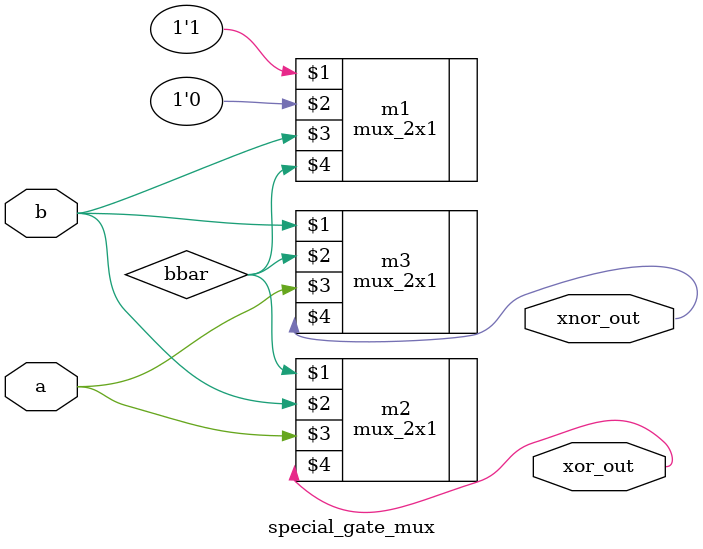
<source format=v>
`timescale 1ns / 1ps
module special_gate_mux(
input a,b,
output xor_out,xnor_out
    );
wire bbar;
mux_2x1 m1(1'b1,1'b0,b,bbar);

mux_2x1 m2(bbar,b,a,xor_out);
mux_2x1 m3(b,bbar,a,xnor_out);

endmodule

</source>
